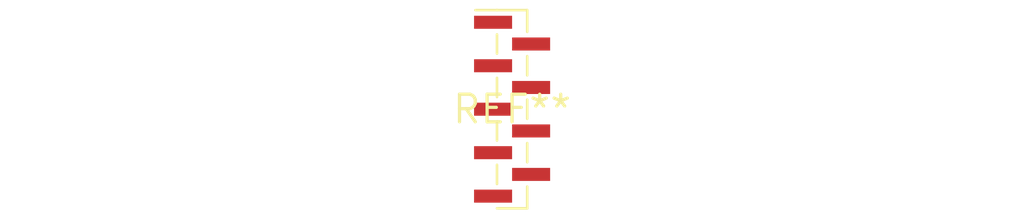
<source format=kicad_pcb>
(kicad_pcb (version 20240108) (generator pcbnew)
  (layers (0 "F.Cu" signal) (31 "B.Cu" signal) (34 "B.Paste" user) (35 "F.Paste" user) (36 "B.SilkS" user "B.Silkscreen") (37 "F.SilkS" user "F.Silkscreen") (38 "B.Mask" user) (39 "F.Mask" user) (44 "Edge.Cuts" user))
  (net 0 "")
  (footprint "PinHeader_1x09_P1.00mm_Vertical_SMD_Pin1Left" (layer "F.Cu") (at 0 0)
    (property "Reference" "REF**")
    (property "Value" "PinHeader_1x09_P1.00mm_Vertical_SMD_Pin1Left")
    (fp_line (start -0.695 -4.56) (end -1.69 -4.56) (layer "F.SilkS") (stroke (width 0.12)))
    (fp_line (start -0.695 -4.56) (end -0.695 -4.56) (layer "F.SilkS") (stroke (width 0.12)))
    (fp_line (start -0.695 -4.56) (end 0.695 -4.56) (layer "F.SilkS") (stroke (width 0.12)))
    (fp_line (start -0.695 -3.44) (end -0.695 -2.56) (layer "F.SilkS") (stroke (width 0.12)))
    (fp_line (start -0.695 -1.44) (end -0.695 -0.56) (layer "F.SilkS") (stroke (width 0.12)))
    (fp_line (start -0.695 0.56) (end -0.695 1.44) (layer "F.SilkS") (stroke (width 0.12)))
    (fp_line (start -0.695 2.56) (end -0.695 3.44) (layer "F.SilkS") (stroke (width 0.12)))
    (fp_line (start -0.695 4.56) (end 0.695 4.56) (layer "F.SilkS") (stroke (width 0.12)))
    (fp_line (start 0.695 -4.56) (end 0.695 -3.56) (layer "F.SilkS") (stroke (width 0.12)))
    (fp_line (start 0.695 -2.44) (end 0.695 -1.56) (layer "F.SilkS") (stroke (width 0.12)))
    (fp_line (start 0.695 -0.44) (end 0.695 0.44) (layer "F.SilkS") (stroke (width 0.12)))
    (fp_line (start 0.695 1.56) (end 0.695 2.44) (layer "F.SilkS") (stroke (width 0.12)))
    (fp_line (start 0.695 3.56) (end 0.695 4.56) (layer "F.SilkS") (stroke (width 0.12)))
    (fp_line (start 0.695 4.56) (end 0.695 4.56) (layer "F.SilkS") (stroke (width 0.12)))
    (pad "1" smd rect (at -0.875 -4) (size 1.75 0.6) (layers "F.Cu" "F.Paste" "F.Mask"))
    (pad "2" smd rect (at 0.875 -3) (size 1.75 0.6) (layers "F.Cu" "F.Paste" "F.Mask"))
    (pad "3" smd rect (at -0.875 -2) (size 1.75 0.6) (layers "F.Cu" "F.Paste" "F.Mask"))
    (pad "4" smd rect (at 0.875 -1) (size 1.75 0.6) (layers "F.Cu" "F.Paste" "F.Mask"))
    (pad "5" smd rect (at -0.875 0) (size 1.75 0.6) (layers "F.Cu" "F.Paste" "F.Mask"))
    (pad "6" smd rect (at 0.875 1) (size 1.75 0.6) (layers "F.Cu" "F.Paste" "F.Mask"))
    (pad "7" smd rect (at -0.875 2) (size 1.75 0.6) (layers "F.Cu" "F.Paste" "F.Mask"))
    (pad "8" smd rect (at 0.875 3) (size 1.75 0.6) (layers "F.Cu" "F.Paste" "F.Mask"))
    (pad "9" smd rect (at -0.875 4) (size 1.75 0.6) (layers "F.Cu" "F.Paste" "F.Mask"))
  )
)
</source>
